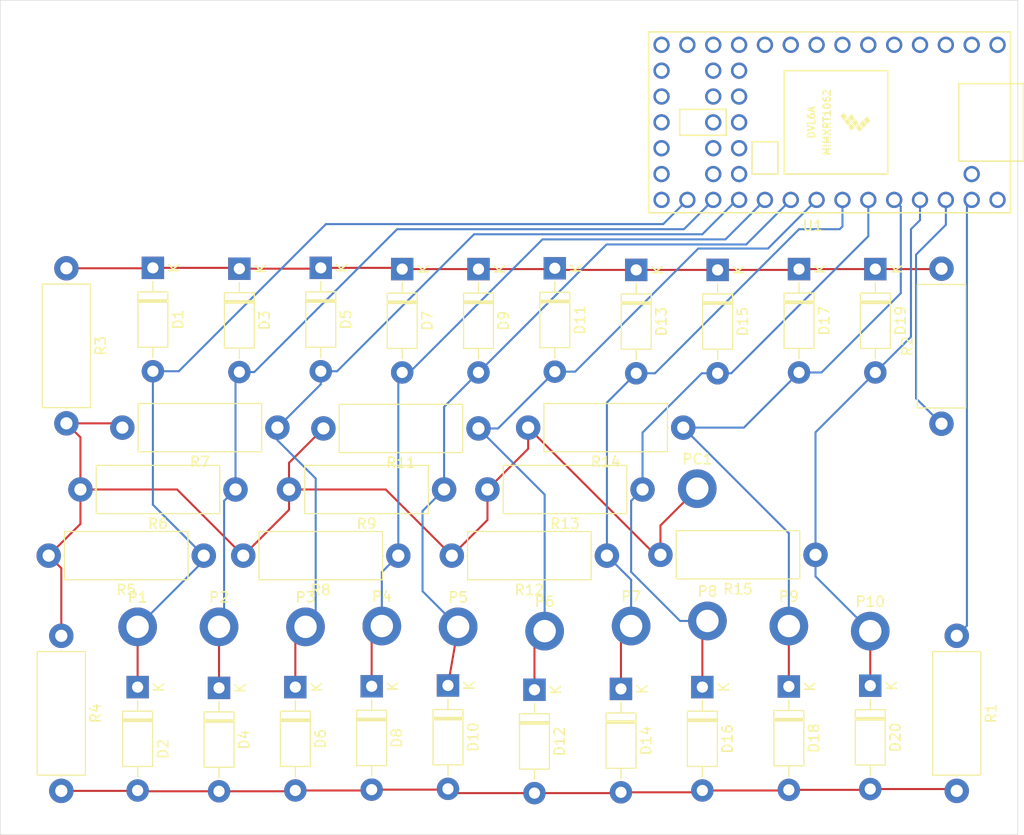
<source format=kicad_pcb>
(kicad_pcb (version 20240108) (generator "pcbnew") (generator_version "8.0")
  (layers (0 "F.Cu" signal) (31 "B.Cu" signal) (34 "B.Paste" user) (35 "F.Paste" user) (36 "B.SilkS" user "B.Silkscreen") (37 "F.SilkS" user "F.Silkscreen") (38 "B.Mask" user) (39 "F.Mask" user) (44 "Edge.Cuts" user))
  (net 0 "")
  (net 1 "Net-(D1-A)")
  (net 2 "Net-(D10-A)")
  (net 3 "Net-(R2-Pad1)")
  (net 33 "Net-(D1-K)")
  (net 34 "Net-(D3-A)")
  (net 35 "Net-(D5-A)")
  (net 36 "Net-(D7-A)")
  (net 37 "Net-(D10-K)")
  (net 38 "Net-(D11-A)")
  (net 39 "Net-(D13-A)")
  (net 40 "Net-(D15-A)")
  (net 41 "Net-(D17-A)")
  (net 42 "Net-(D19-A)")
  (net 45 "Net-(R1-Pad1)")
  (net 47 "Net-(PC1-Pad1)")
  (footprint "Resistor_THT:R_Axial_DIN0414_L11.9mm_D4.5mm_P15.24mm_Horizontal" (layer "F.Cu") (at 110.62 123.08 180)
    (property "Reference" "R13" (at 7.62 -3.37 180) (layer "F.SilkS"))
    (property "Value" "1MΩ")
    (pad "1" thru_hole circle (at 0 0 180) (size 2.4 2.4) (drill 1.2) (layers "*.Cu" "*.Mask") (net 40 "Net-(D15-A)"))
    (pad "2" thru_hole oval (at 15.24 0 180) (size 2.4 2.4) (drill 1.2) (layers "*.Cu" "*.Mask") (net 47 "Net-(PC1-Pad1)"))
  )
  (footprint "MountingHole:MountingHole_2.2mm_M2_DIN965_Pad" (layer "F.Cu") (at 77.5 136.58)
    (property "Reference" "P3" (at 0 -2.9 0) (layer "F.SilkS"))
    (property "Value" "piezo")
    (pad "1" thru_hole circle (at 0 0) (size 3.8 3.8) (drill 2.2) (layers "*.Cu" "*.Mask") (net 35 "Net-(D5-A)"))
  )
  (footprint "Resistor_THT:R_Axial_DIN0414_L11.9mm_D4.5mm_P15.24mm_Horizontal" (layer "F.Cu") (at 140 116.62 90)
    (property "Reference" "R2" (at 7.62 -3.37 270) (layer "F.SilkS"))
    (property "Value" "10kΩ")
    (pad "1" thru_hole circle (at 0 0 90) (size 2.4 2.4) (drill 1.2) (layers "*.Cu" "*.Mask") (net 3 "Net-(R2-Pad1)"))
    (pad "2" thru_hole oval (at 15.24 0 90) (size 2.4 2.4) (drill 1.2) (layers "*.Cu" "*.Mask") (net 33 "Net-(D1-K)"))
  )
  (footprint "Diode_THT:D_DO-41_SOD81_P10.16mm_Horizontal" (layer "F.Cu") (at 87 101.42 -90)
    (property "Reference" "D7" (at 5.08 -2.47 90) (layer "F.SilkS"))
    (property "Value" "1N5819")
    (fp_text user "K" (at 0 -2.1 90) (layer "F.SilkS"))
    (pad "1" thru_hole rect (at 0 0 270) (size 2.2 2.2) (drill 1.1) (layers "*.Cu" "*.Mask") (net 33 "Net-(D1-K)"))
    (pad "2" thru_hole oval (at 10.16 0 270) (size 2.2 2.2) (drill 1.1) (layers "*.Cu" "*.Mask") (net 36 "Net-(D7-A)"))
  )
  (footprint "Diode_THT:D_DO-41_SOD81_P10.16mm_Horizontal" (layer "F.Cu") (at 133 142.36 -90)
    (property "Reference" "D20" (at 5.08 -2.47 90) (layer "F.SilkS"))
    (property "Value" "1N5819")
    (fp_text user "K" (at 0 -2.1 90) (layer "F.SilkS"))
    (pad "1" thru_hole rect (at 0 0 270) (size 2.2 2.2) (drill 1.1) (layers "*.Cu" "*.Mask") (net 42 "Net-(D19-A)"))
    (pad "2" thru_hole oval (at 10.16 0 270) (size 2.2 2.2) (drill 1.1) (layers "*.Cu" "*.Mask") (net 2 "Net-(D10-A)"))
  )
  (footprint "Diode_THT:D_DO-41_SOD81_P10.16mm_Horizontal" (layer "F.Cu") (at 118 101.5 -90)
    (property "Reference" "D15" (at 5.08 -2.47 90) (layer "F.SilkS"))
    (property "Value" "1N5819")
    (fp_text user "K" (at 0 -2.1 90) (layer "F.SilkS"))
    (pad "1" thru_hole rect (at 0 0 270) (size 2.2 2.2) (drill 1.1) (layers "*.Cu" "*.Mask") (net 33 "Net-(D1-K)"))
    (pad "2" thru_hole oval (at 10.16 0 270) (size 2.2 2.2) (drill 1.1) (layers "*.Cu" "*.Mask") (net 40 "Net-(D15-A)"))
  )
  (footprint "Diode_THT:D_DO-41_SOD81_P10.16mm_Horizontal" (layer "F.Cu") (at 61 142.5 -90)
    (property "Reference" "D2" (at 6.08 -2.5 90) (layer "F.SilkS"))
    (property "Value" "1N5819")
    (fp_text user "K" (at 0 -2.1 90) (layer "F.SilkS"))
    (pad "1" thru_hole rect (at 0 0 270) (size 2.2 2.2) (drill 1.1) (layers "*.Cu" "*.Mask") (net 1 "Net-(D1-A)"))
    (pad "2" thru_hole oval (at 10.16 0 270) (size 2.2 2.2) (drill 1.1) (layers "*.Cu" "*.Mask") (net 2 "Net-(D10-A)"))
  )
  (footprint "Resistor_THT:R_Axial_DIN0414_L11.9mm_D4.5mm_P15.24mm_Horizontal" (layer "F.Cu") (at 70.62 123.08 180)
    (property "Reference" "R6" (at 7.62 -3.37 180) (layer "F.SilkS"))
    (property "Value" "1MΩ")
    (pad "1" thru_hole circle (at 0 0 180) (size 2.4 2.4) (drill 1.2) (layers "*.Cu" "*.Mask") (net 34 "Net-(D3-A)"))
    (pad "2" thru_hole oval (at 15.24 0 180) (size 2.4 2.4) (drill 1.2) (layers "*.Cu" "*.Mask") (net 47 "Net-(PC1-Pad1)"))
  )
  (footprint "MountingHole:MountingHole_2.2mm_M2_DIN965_Pad" (layer "F.Cu") (at 101 137)
    (property "Reference" "P6" (at 0 -2.9 0) (layer "F.SilkS"))
    (property "Value" "piezo")
    (pad "1" thru_hole circle (at 0 0) (size 3.8 3.8) (drill 2.2) (layers "*.Cu" "*.Mask") (net 38 "Net-(D11-A)"))
  )
  (footprint "Resistor_THT:R_Axial_DIN0414_L11.9mm_D4.5mm_P15.24mm_Horizontal" (layer "F.Cu") (at 114.62 117 180)
    (property "Reference" "R14" (at 7.62 -3.37 180) (layer "F.SilkS"))
    (property "Value" "1MΩ")
    (pad "1" thru_hole circle (at 0 0 180) (size 2.4 2.4) (drill 1.2) (layers "*.Cu" "*.Mask") (net 41 "Net-(D17-A)"))
    (pad "2" thru_hole oval (at 15.24 0 180) (size 2.4 2.4) (drill 1.2) (layers "*.Cu" "*.Mask") (net 47 "Net-(PC1-Pad1)"))
  )
  (footprint "Diode_THT:D_DO-41_SOD81_P10.16mm_Horizontal" (layer "F.Cu") (at 102 101.34 -90)
    (property "Reference" "D11" (at 5.08 -2.47 90) (layer "F.SilkS"))
    (property "Value" "1N5819")
    (fp_text user "K" (at 0 -2.1 90) (layer "F.SilkS"))
    (pad "1" thru_hole rect (at 0 0 270) (size 2.2 2.2) (drill 1.1) (layers "*.Cu" "*.Mask") (net 33 "Net-(D1-K)"))
    (pad "2" thru_hole oval (at 10.16 0 270) (size 2.2 2.2) (drill 1.1) (layers "*.Cu" "*.Mask") (net 38 "Net-(D11-A)"))
  )
  (footprint "Diode_THT:D_DO-41_SOD81_P10.16mm_Horizontal" (layer "F.Cu") (at 84 142.42 -90)
    (property "Reference" "D8" (at 5.08 -2.47 90) (layer "F.SilkS"))
    (property "Value" "1N5819")
    (fp_text user "K" (at 0 -2.1 90) (layer "F.SilkS"))
    (pad "1" thru_hole rect (at 0 0 270) (size 2.2 2.2) (drill 1.1) (layers "*.Cu" "*.Mask") (net 36 "Net-(D7-A)"))
    (pad "2" thru_hole oval (at 10.16 0 270) (size 2.2 2.2) (drill 1.1) (layers "*.Cu" "*.Mask") (net 2 "Net-(D10-A)"))
  )
  (footprint "Diode_THT:D_DO-41_SOD81_P10.16mm_Horizontal" (layer "F.Cu") (at 100 142.76 -90)
    (property "Reference" "D12" (at 5.08 -2.47 90) (layer "F.SilkS"))
    (property "Value" "1N5819")
    (fp_text user "K" (at 0 -2.1 90) (layer "F.SilkS"))
    (pad "1" thru_hole rect (at 0 0 270) (size 2.2 2.2) (drill 1.1) (layers "*.Cu" "*.Mask") (net 38 "Net-(D11-A)"))
    (pad "2" thru_hole oval (at 10.16 0 270) (size 2.2 2.2) (drill 1.1) (layers "*.Cu" "*.Mask") (net 2 "Net-(D10-A)"))
  )
  (footprint "Diode_THT:D_DO-41_SOD81_P10.16mm_Horizontal" (layer "F.Cu") (at 94.5 101.42 -90)
    (property "Reference" "D9" (at 5.08 -2.47 90) (layer "F.SilkS"))
    (property "Value" "1N5819")
    (fp_text user "K" (at 0 -2.1 90) (layer "F.SilkS"))
    (pad "1" thru_hole rect (at 0 0 270) (size 2.2 2.2) (drill 1.1) (layers "*.Cu" "*.Mask") (net 33 "Net-(D1-K)"))
    (pad "2" thru_hole oval (at 10.16 0 270) (size 2.2 2.2) (drill 1.1) (layers "*.Cu" "*.Mask") (net 37 "Net-(D10-K)"))
  )
  (footprint "Diode_THT:D_DO-41_SOD81_P10.16mm_Horizontal" (layer "F.Cu") (at 91.5 142.34 -90)
    (property "Reference" "D10" (at 5.08 -2.47 90) (layer "F.SilkS"))
    (property "Value" "1N5819")
    (fp_text user "K" (at 0 -2.1 90) (layer "F.SilkS"))
    (pad "1" thru_hole rect (at 0 0 270) (size 2.2 2.2) (drill 1.1) (layers "*.Cu" "*.Mask") (net 37 "Net-(D10-K)"))
    (pad "2" thru_hole oval (at 10.16 0 270) (size 2.2 2.2) (drill 1.1) (layers "*.Cu" "*.Mask") (net 2 "Net-(D10-A)"))
  )
  (footprint "Diode_THT:D_DO-41_SOD81_P10.16mm_Horizontal" (layer "F.Cu") (at 133.5 101.42 -90)
    (property "Reference" "D19" (at 5.08 -2.47 90) (layer "F.SilkS"))
    (property "Value" "1N5819")
    (fp_text user "K" (at 0 -2.1 90) (layer "F.SilkS"))
    (pad "1" thru_hole rect (at 0 0 270) (size 2.2 2.2) (drill 1.1) (layers "*.Cu" "*.Mask") (net 33 "Net-(D1-K)"))
    (pad "2" thru_hole oval (at 10.16 0 270) (size 2.2 2.2) (drill 1.1) (layers "*.Cu" "*.Mask") (net 42 "Net-(D19-A)"))
  )
  (footprint "Resistor_THT:R_Axial_DIN0414_L11.9mm_D4.5mm_P15.24mm_Horizontal" (layer "F.Cu") (at 94.5 117.08 180)
    (property "Reference" "R11" (at 7.62 -3.37 180) (layer "F.SilkS"))
    (property "Value" "1MΩ")
    (pad "1" thru_hole circle (at 0 0 180) (size 2.4 2.4) (drill 1.2) (layers "*.Cu" "*.Mask") (net 38 "Net-(D11-A)"))
    (pad "2" thru_hole oval (at 15.24 0 180) (size 2.4 2.4) (drill 1.2) (layers "*.Cu" "*.Mask") (net 47 "Net-(PC1-Pad1)"))
  )
  (footprint "Diode_THT:D_DO-41_SOD81_P10.16mm_Horizontal" (layer "F.Cu") (at 108.5 142.68 -90)
    (property "Reference" "D14" (at 5.08 -2.47 90) (layer "F.SilkS"))
    (property "Value" "1N5819")
    (fp_text user "K" (at 0 -2.1 90) (layer "F.SilkS"))
    (pad "1" thru_hole rect (at 0 0 270) (size 2.2 2.2) (drill 1.1) (layers "*.Cu" "*.Mask") (net 39 "Net-(D13-A)"))
    (pad "2" thru_hole oval (at 10.16 0 270) (size 2.2 2.2) (drill 1.1) (layers "*.Cu" "*.Mask") (net 2 "Net-(D10-A)"))
  )
  (footprint "Diode_THT:D_DO-41_SOD81_P10.16mm_Horizontal" (layer "F.Cu") (at 116.5 142.5 -90)
    (property "Reference" "D16" (at 5.08 -2.47 90) (layer "F.SilkS"))
    (property "Value" "1N5819")
    (fp_text user "K" (at 0 -2.1 90) (layer "F.SilkS"))
    (pad "1" thru_hole rect (at 0 0 270) (size 2.2 2.2) (drill 1.1) (layers "*.Cu" "*.Mask") (net 40 "Net-(D15-A)"))
    (pad "2" thru_hole oval (at 10.16 0 270) (size 2.2 2.2) (drill 1.1) (layers "*.Cu" "*.Mask") (net 2 "Net-(D10-A)"))
  )
  (footprint "Resistor_THT:R_Axial_DIN0414_L11.9mm_D4.5mm_P15.24mm_Horizontal" (layer "F.Cu") (at 54 101.34 -90)
    (property "Reference" "R3" (at 7.62 -3.37 90) (layer "F.SilkS"))
    (property "Value" "10kΩ")
    (pad "1" thru_hole circle (at 0 0 270) (size 2.4 2.4) (drill 1.2) (layers "*.Cu" "*.Mask") (net 33 "Net-(D1-K)"))
    (pad "2" thru_hole oval (at 15.24 0 270) (size 2.4 2.4) (drill 1.2) (layers "*.Cu" "*.Mask") (net 47 "Net-(PC1-Pad1)"))
  )
  (footprint "MountingHole:MountingHole_2.2mm_M2_DIN965_Pad" (layer "F.Cu") (at 125 136.5)
    (property "Reference" "P9" (at 0 -2.9 0) (layer "F.SilkS"))
    (property "Value" "piezo")
    (pad "1" thru_hole circle (at 0 0) (size 3.8 3.8) (drill 2.2) (layers "*.Cu" "*.Mask") (net 41 "Net-(D17-A)"))
  )
  (footprint "Resistor_THT:R_Axial_DIN0414_L11.9mm_D4.5mm_P15.24mm_Horizontal" (layer "F.Cu") (at 74.74 117 180)
    (property "Reference" "R7" (at 7.62 -3.37 180) (layer "F.SilkS"))
    (property "Value" "1MΩ")
    (pad "1" thru_hole circle (at 0 0 180) (size 2.4 2.4) (drill 1.2) (layers "*.Cu" "*.Mask") (net 35 "Net-(D5-A)"))
    (pad "2" thru_hole oval (at 15.24 0 180) (size 2.4 2.4) (drill 1.2) (layers "*.Cu" "*.Mask") (net 47 "Net-(PC1-Pad1)"))
  )
  (footprint "MountingHole:MountingHole_2.2mm_M2_DIN965_Pad" (layer "F.Cu") (at 109.5 136.5)
    (property "Reference" "P7" (at 0 -2.9 0) (layer "F.SilkS"))
    (property "Value" "piezo")
    (pad "1" thru_hole circle (at 0 0) (size 3.8 3.8) (drill 2.2) (layers "*.Cu" "*.Mask") (net 39 "Net-(D13-A)"))
  )
  (footprint "Resistor_THT:R_Axial_DIN0414_L11.9mm_D4.5mm_P15.24mm_Horizontal" (layer "F.Cu") (at 86.62 129.58 180)
    (property "Reference" "R8" (at 7.62 -3.37 180) (layer "F.SilkS"))
    (property "Value" "1MΩ")
    (pad "1" thru_hole circle (at 0 0 180) (size 2.4 2.4) (drill 1.2) (layers "*.Cu" "*.Mask") (net 36 "Net-(D7-A)"))
    (pad "2" thru_hole oval (at 15.24 0 180) (size 2.4 2.4) (drill 1.2) (layers "*.Cu" "*.Mask") (net 47 "Net-(PC1-Pad1)"))
  )
  (footprint "Resistor_THT:R_Axial_DIN0414_L11.9mm_D4.5mm_P15.24mm_Horizontal" (layer "F.Cu") (at 127.62 129.5 180)
    (property "Reference" "R15" (at 7.62 -3.37 180) (layer "F.SilkS"))
    (property "Value" "1MΩ")
    (pad "1" thru_hole circle (at 0 0 180) (size 2.4 2.4) (drill 1.2) (layers "*.Cu" "*.Mask") (net 42 "Net-(D19-A)"))
    (pad "2" thru_hole oval (at 15.24 0 180) (size 2.4 2.4) (drill 1.2) (layers "*.Cu" "*.Mask") (net 47 "Net-(PC1-Pad1)"))
  )
  (footprint "Resistor_THT:R_Axial_DIN0414_L11.9mm_D4.5mm_P15.24mm_Horizontal" (layer "F.Cu") (at 53.5 137.46 -90)
    (property "Reference" "R4" (at 7.62 -3.37 90) (layer "F.SilkS"))
    (property "Value" "10kΩ")
    (pad "1" thru_hole circle (at 0 0 270) (size 2.4 2.4) (drill 1.2) (layers "*.Cu" "*.Mask") (net 47 "Net-(PC1-Pad1)"))
    (pad "2" thru_hole oval (at 15.24 0 270) (size 2.4 2.4) (drill 1.2) (layers "*.Cu" "*.Mask") (net 2 "Net-(D10-A)"))
  )
  (footprint "Diode_THT:D_DO-41_SOD81_P10.16mm_Horizontal" (layer "F.Cu") (at 69 142.58 -90)
    (property "Reference" "D4" (at 5.08 -2.47 90) (layer "F.SilkS"))
    (property "Value" "1N5819")
    (fp_text user "K" (at 0 -2.1 90) (layer "F.SilkS"))
    (pad "1" thru_hole rect (at 0 0 270) (size 2.2 2.2) (drill 1.1) (layers "*.Cu" "*.Mask") (net 34 "Net-(D3-A)"))
    (pad "2" thru_hole oval (at 10.16 0 270) (size 2.2 2.2) (drill 1.1) (layers "*.Cu" "*.Mask") (net 2 "Net-(D10-A)"))
  )
  (footprint "MountingHole:MountingHole_2.2mm_M2_DIN965_Pad" (layer "F.Cu") (at 69 136.58)
    (property "Reference" "P2" (at 0 -2.9 0) (layer "F.SilkS"))
    (property "Value" "piezo")
    (pad "1" thru_hole circle (at 0 0) (size 3.8 3.8) (drill 2.2) (layers "*.Cu" "*.Mask") (net 34 "Net-(D3-A)"))
  )
  (footprint "Resistor_THT:R_Axial_DIN0414_L11.9mm_D4.5mm_P15.24mm_Horizontal" (layer "F.Cu") (at 91.12 123.08 180)
    (property "Reference" "R9" (at 7.62 -3.37 180) (layer "F.SilkS"))
    (property "Value" "1MΩ")
    (pad "1" thru_hole circle (at 0 0 180) (size 2.4 2.4) (drill 1.2) (layers "*.Cu" "*.Mask") (net 37 "Net-(D10-K)"))
    (pad "2" thru_hole oval (at 15.24 0 180) (size 2.4 2.4) (drill 1.2) (layers "*.Cu" "*.Mask") (net 47 "Net-(PC1-Pad1)"))
  )
  (footprint "MountingHole:MountingHole_2.2mm_M2_DIN965_Pad" (layer "F.Cu") (at 117 136)
    (property "Reference" "P8" (at 0 -2.9 0) (layer "F.SilkS"))
    (property "Value" "piezo")
    (pad "1" thru_hole circle (at 0 0) (size 3.8 3.8) (drill 2.2) (layers "*.Cu" "*.Mask") (net 40 "Net-(D15-A)"))
  )
  (footprint "MountingHole:MountingHole_2.2mm_M2_DIN965_Pad" (layer "F.Cu") (at 92.5 136.58)
    (property "Reference" "P5" (at 0 -2.9 0) (layer "F.SilkS"))
    (property "Value" "piezo")
    (pad "1" thru_hole circle (at 0 0) (size 3.8 3.8) (drill 2.2) (layers "*.Cu" "*.Mask") (net 37 "Net-(D10-K)"))
  )
  (footprint "MountingHole:MountingHole_2.2mm_M2_DIN965_Pad" (layer "F.Cu") (at 133 137)
    (property "Reference" "P10" (at 0 -2.9 0) (layer "F.SilkS"))
    (property "Value" "piezo")
    (pad "1" thru_hole circle (at 0 0) (size 3.8 3.8) (drill 2.2) (layers "*.Cu" "*.Mask") (net 42 "Net-(D19-A)"))
  )
  (footprint "Teensy:Teensy40" (layer "F.Cu") (at 129 87 180)
    (property "Reference" "U1" (at 1.65 -10.16 180) (layer "F.SilkS"))
    (property "Value" "Teensy4.0")
    (fp_text user "MIMXRT1062" (at 0.254 0 270) (layer "F.SilkS") (effects (font (size 0.7 0.7))))
    (fp_text user "DVL6A" (at 1.778 0 270) (layer "F.SilkS") (effects (font (size 0.7 0.7))))
    (pad "1" thru_hole circle (at -16.51 7.62 180) (size 1.6 1.6) (drill 1.1) (layers "*.Cu" "*.Mask"))
    (pad "2" thru_hole circle (at -13.97 7.62 180) (size 1.6 1.6) (drill 1.1) (layers "*.Cu" "*.Mask"))
    (pad "3" thru_hole circle (at -11.43 7.62 180) (size 1.6 1.6) (drill 1.1) (layers "*.Cu" "*.Mask"))
    (pad "4" thru_hole circle (at -8.89 7.62 180) (size 1.6 1.6) (drill 1.1) (layers "*.Cu" "*.Mask"))
    (pad "5" thru_hole circle (at -6.35 7.62 180) (size 1.6 1.6) (drill 1.1) (layers "*.Cu" "*.Mask"))
    (pad "6" thru_hole circle (at -3.81 7.62 180) (size 1.6 1.6) (drill 1.1) (layers "*.Cu" "*.Mask"))
    (pad "7" thru_hole circle (at -1.27 7.62 180) (size 1.6 1.6) (drill 1.1) (layers "*.Cu" "*.Mask"))
    (pad "8" thru_hole circle (at 1.27 7.62 180) (size 1.6 1.6) (drill 1.1) (layers "*.Cu" "*.Mask"))
    (pad "9" thru_hole circle (at 3.81 7.62 180) (size 1.6 1.6) (drill 1.1) (layers "*.Cu" "*.Mask"))
    (pad "10" thru_hole circle (at 6.35 7.62 180) (size 1.6 1.6) (drill 1.1) (layers "*.Cu" "*.Mask"))
    (pad "11" thru_hole circle (at 8.89 7.62 180) (size 1.6 1.6) (drill 1.1) (layers "*.Cu" "*.Mask"))
    (pad "12" thru_hole circle (at 11.43 7.62 180) (size 1.6 1.6) (drill 1.1) (layers "*.Cu" "*.Mask"))
    (pad "13" thru_hole circle (at 13.97 7.62 180) (size 1.6 1.6) (drill 1.1) (layers "*.Cu" "*.Mask"))
    (pad "14" thru_hole circle (at 16.51 7.62 180) (size 1.6 1.6) (drill 1.1) (layers "*.Cu" "*.Mask"))
    (pad "15" thru_hole circle (at 16.51 5.08 180) (size 1.6 1.6) (drill 1.1) (layers "*.Cu" "*.Mask"))
    (pad "16" thru_hole circle (at 16.51 2.54 180) (size 1.6 1.6) (drill 1.1) (layers "*.Cu" "*.Mask"))
    (pad "17" thru_hole circle (at 16.51 0 180) (size 1.6 1.6) (drill 1.1) (layers "*.Cu" "*.Mask"))
    (pad "18" thru_hole circle (at 16.51 -2.54 180) (size 1.6 1.6) (drill 1.1) (layers "*.Cu" "*.Mask"))
    (pad "19" thru_hole circle (at 16.51 -5.08 180) (size 1.6 1.6) (drill 1.1) (layers "*.Cu" "*.Mask"))
    (pad "20" thru_hole circle (at 16.51 -7.62 180) (size 1.6 1.6) (drill 1.1) (layers "*.Cu" "*.Mask"))
    (pad "21" thru_hole circle (at 13.97 -7.62 180) (size 1.6 1.6) (drill 1.1) (layers "*.Cu" "*.Mask") (net 1 "Net-(D1-A)"))
    (pad "22" thru_hole circle (at 11.43 -7.62 180) (size 1.6 1.6) (drill 1.1) (layers "*.Cu" "*.Mask") (net 34 "Net-(D3-A)"))
    (pad "23" thru_hole circle (at 8.89 -7.62 180) (size 1.6 1.6) (drill 1.1) (layers "*.Cu" "*.Mask") (net 35 "Net-(D5-A)"))
    (pad "24" thru_hole circle (at 6.35 -7.62 180) (size 1.6 1.6) (drill 1.1) (layers "*.Cu" "*.Mask") (net 36 "Net-(D7-A)"))
    (pad "25" thru_hole circle (at 3.81 -7.62 180) (size 1.6 1.6) (drill 1.1) (layers "*.Cu" "*.Mask") (net 37 "Net-(D10-K)"))
    (pad "26" thru_hole circle (at 1.27 -7.62 180) (size 1.6 1.6) (drill 1.1) (layers "*.Cu" "*.Mask") (net 38 "Net-(D11-A)"))
    (pad "27" thru_hole circle (at -1.27 -7.62 180) (size 1.6 1.6) (drill 1.1) (layers "*.Cu" "*.Mask") (net 39 "Net-(D13-A)"))
    (pad "28" thru_hole circle (at -3.81 -7.62 180) (size 1.6 1.6) (drill 1.1) (layers "*.Cu" "*.Mask") (net 40 "Net-(D15-A)"))
    (pad "29" thru_hole circle (at -6.35 -7.62 180) (size 1.6 1.6) (drill 1.1) (layers "*.Cu" "*.Mask") (net 41 "Net-(D17-A)"))
    (pad "30" thru_hole circle (at -8.89 -7.62 180) (size 1.6 1.6) (drill 1.1) (layers "*.Cu" "*.Mask") (net 42 "Net-(D19-A)"))
    (pad "31" thru_hole circle (at -11.43 -7.62 180) (size 1.6 1.6) (drill 1.1) (layers "*.Cu" "*.Mask") (net 3 "Net-(R2-Pad1)"))
    (pad "32" thru_hole circle (at -13.97 -7.62 180) (size 1.6 1.6) (drill 1.1) (layers "*.Cu" "*.Mask") (net 45 "Net-(R1-Pad1)"))
    (pad "33" thru_hole circle (at -16.51 -7.62 180) (size 1.6 1.6) (drill 1.1) (layers "*.Cu" "*.Mask"))
    (pad "34" thru_hole circle (at -13.97 -5.08 180) (size 1.6 1.6) (drill 1.1) (layers "*.Cu" "*.Mask"))
    (pad "35" thru_hole circle (at 11.43 -5.08 180) (size 1.6 1.6) (drill 1.1) (layers "*.Cu" "*.Mask"))
    (pad "36" thru_hole circle (at 8.89 -5.08 180) (size 1.6 1.6) (drill 1.1) (layers "*.Cu" "*.Mask"))
    (pad "37" thru_hole circle (at 11.43 -2.54 180) (size 1.6 1.6) (drill 1.1) (layers "*.Cu" "*.Mask"))
    (pad "38" thru_hole circle (at 8.89 -2.54 180) (size 1.6 1.6) (drill 1.1) (layers "*.Cu" "*.Mask"))
    (pad "39" thru_hole circle (at 11.43 0 180) (size 1.6 1.6) (drill 1.1) (layers "*.Cu" "*.Mask"))
    (pad "40" thru_hole circle (at 8.89 0 180) (size 1.6 1.6) (drill 1.1) (layers "*.Cu" "*.Mask"))
    (pad "41" thru_hole circle (at 11.43 2.54 180) (size 1.6 1.6) (drill 1.1) (layers "*.Cu" "*.Mask"))
    (pad "42" thru_hole circle (at 8.89 2.54 180) (size 1.6 1.6) (drill 1.1) (layers "*.Cu" "*.Mask"))
    (pad "43" thru_hole circle (at 11.43 5.08 180) (size 1.6 1.6) (drill 1.1) (layers "*.Cu" "*.Mask"))
    (pad "44" thru_hole circle (at 8.89 5.08 180) (size 1.6 1.6) (drill 1.1) (layers "*.Cu" "*.Mask"))
  )
  (footprint "Diode_THT:D_DO-41_SOD81_P10.16mm_Horizontal" (layer "F.Cu") (at 126 101.42 -90)
    (property "Reference" "D17" (at 5.08 -2.47 90) (layer "F.SilkS"))
    (property "Value" "1N5819")
    (fp_text user "K" (at 0 -2.1 90) (layer "F.SilkS"))
    (pad "1" thru_hole rect (at 0 0 270) (size 2.2 2.2) (drill 1.1) (layers "*.Cu" "*.Mask") (net 33 "Net-(D1-K)"))
    (pad "2" thru_hole oval (at 10.16 0 270) (size 2.2 2.2) (drill 1.1) (layers "*.Cu" "*.Mask") (net 41 "Net-(D17-A)"))
  )
  (footprint "MountingHole:MountingHole_2.2mm_M2_DIN965_Pad" (layer "F.Cu") (at 61 136.58)
    (property "Reference" "P1" (at 0 -2.9 0) (layer "F.SilkS"))
    (property "Value" "piezo")
    (pad "1" thru_hole circle (at 0 0) (size 3.8 3.8) (drill 2.2) (layers "*.Cu" "*.Mask") (net 1 "Net-(D1-A)"))
  )
  (footprint "Resistor_THT:R_Axial_DIN0414_L11.9mm_D4.5mm_P15.24mm_Horizontal" (layer "F.Cu") (at 141.5 137.46 -90)
    (property "Reference" "R1" (at 7.62 -3.37 90) (layer "F.SilkS"))
    (property "Value" "10kΩ")
    (pad "1" thru_hole circle (at 0 0 270) (size 2.4 2.4) (drill 1.2) (layers "*.Cu" "*.Mask") (net 45 "Net-(R1-Pad1)"))
    (pad "2" thru_hole oval (at 15.24 0 270) (size 2.4 2.4) (drill 1.2) (layers "*.Cu" "*.Mask") (net 2 "Net-(D10-A)"))
  )
  (footprint "Diode_THT:D_DO-41_SOD81_P10.16mm_Horizontal" (layer "F.Cu") (at 79 101.3 -90)
    (property "Reference" "D5" (at 5.08 -2.47 90) (layer "F.SilkS"))
    (property "Value" "1N5819")
    (fp_text user "K" (at 0 -2.1 90) (layer "F.SilkS"))
    (pad "1" thru_hole rect (at 0 0 270) (size 2.2 2.2) (drill 1.1) (layers "*.Cu" "*.Mask") (net 33 "Net-(D1-K)"))
    (pad "2" thru_hole oval (at 10.16 0 270) (size 2.2 2.2) (drill 1.1) (layers "*.Cu" "*.Mask") (net 35 "Net-(D5-A)"))
  )
  (footprint "Resistor_THT:R_Axial_DIN0414_L11.9mm_D4.5mm_P15.24mm_Horizontal" (layer "F.Cu") (at 67.5 129.58 180)
    (property "Reference" "R5" (at 7.62 -3.37 180) (layer "F.SilkS"))
    (property "Value" "1MΩ")
    (pad "1" thru_hole circle (at 0 0 180) (size 2.4 2.4) (drill 1.2) (layers "*.Cu" "*.Mask") (net 1 "Net-(D1-A)"))
    (pad "2" thru_hole oval (at 15.24 0 180) (size 2.4 2.4) (drill 1.2) (layers "*.Cu" "*.Mask") (net 47 "Net-(PC1-Pad1)"))
  )
  (footprint "Diode_THT:D_DO-41_SOD81_P10.16mm_Horizontal" (layer "F.Cu") (at 71 101.38 -90)
    (property "Reference" "D3" (at 5.08 -2.47 90) (layer "F.SilkS"))
    (property "Value" "1N5819")
    (fp_text user "K" (at 0 -2.1 90) (layer "F.SilkS"))
    (pad "1" thru_hole rect (at 0 0 270) (size 2.2 2.2) (drill 1.1) (layers "*.Cu" "*.Mask") (net 33 "Net-(D1-K)"))
    (pad "2" thru_hole oval (at 10.16 0 270) (size 2.2 2.2) (drill 1.1) (layers "*.Cu" "*.Mask") (net 34 "Net-(D3-A)"))
  )
  (footprint "Diode_THT:D_DO-41_SOD81_P10.16mm_Horizontal" (layer "F.Cu") (at 110 101.5 -90)
    (property "Reference" "D13" (at 5.08 -2.47 90) (layer "F.SilkS"))
    (property "Value" "1N5819")
    (fp_text user "K" (at 0 -2.1 90) (layer "F.SilkS"))
    (pad "1" thru_hole rect (at 0 0 270) (size 2.2 2.2) (drill 1.1) (layers "*.Cu" "*.Mask") (net 33 "Net-(D1-K)"))
    (pad "2" thru_hole oval (at 10.16 0 270) (size 2.2 2.2) (drill 1.1) (layers "*.Cu" "*.Mask") (net 39 "Net-(D13-A)"))
  )
  (footprint "Diode_THT:D_DO-41_SOD81_P10.16mm_Horizontal" (layer "F.Cu") (at 76.5 142.5 -90)
    (property "Reference" "D6" (at 5.08 -2.47 90) (layer "F.SilkS"))
    (property "Value" "1N5819")
    (fp_text user "K" (at 0 -2.1 90) (layer "F.SilkS"))
    (pad "1" thru_hole rect (at 0 0 270) (size 2.2 2.2) (drill 1.1) (layers "*.Cu" "*.Mask") (net 35 "Net-(D5-A)"))
    (pad "2" thru_hole oval (at 10.16 0 270) (size 2.2 2.2) (drill 1.1) (layers "*.Cu" "*.Mask") (net 2 "Net-(D10-A)"))
  )
  (footprint "Diode_THT:D_DO-41_SOD81_P10.16mm_Horizontal" (layer "F.Cu") (at 62.5 101.3 -90)
    (property "Reference" "D1" (at 5.08 -2.47 90) (layer "F.SilkS"))
    (property "Value" "1N5819")
    (fp_text user "K" (at 0 -2.1 90) (layer "F.SilkS"))
    (pad "1" thru_hole rect (at 0 0 270) (size 2.2 2.2) (drill 1.1) (layers "*.Cu" "*.Mask") (net 33 "Net-(D1-K)"))
    (pad "2" thru_hole oval (at 10.16 0 270) (size 2.2 2.2) (drill 1.1) (layers "*.Cu" "*.Mask") (net 1 "Net-(D1-A)"))
  )
  (footprint "Diode_THT:D_DO-41_SOD81_P10.16mm_Horizontal" (layer "F.Cu") (at 125 142.44 -90)
    (property "Reference" "D18" (at 5.08 -2.47 90) (layer "F.SilkS"))
    (property "Value" "1N5819")
    (fp_text user "K" (at 0 -2.1 90) (layer "F.SilkS"))
    (pad "1" thru_hole rect (at 0 0 270) (size 2.2 2.2) (drill 1.1) (layers "*.Cu" "*.Mask") (net 41 "Net-(D17-A)"))
    (pad "2" thru_hole oval (at 10.16 0 270) (size 2.2 2.2) (drill 1.1) (layers "*.Cu" "*.Mask") (net 2 "Net-(D10-A)"))
  )
  (footprint "MountingHole:MountingHole_2.2mm_M2_DIN965_Pad" (layer "F.Cu") (at 85 136.5)
    (property "Reference" "P4" (at 0 -2.9 0) (layer "F.SilkS"))
    (property "Value" "piezo")
    (pad "1" thru_hole circle (at 0 0) (size 3.8 3.8) (drill 2.2) (layers "*.Cu" "*.Mask") (net 36 "Net-(D7-A)"))
  )
  (footprint "Resistor_THT:R_Axial_DIN0414_L11.9mm_D4.5mm_P15.24mm_Horizontal" (layer "F.Cu") (at 107.12 129.58 180)
    (property "Reference" "R12" (at 7.62 -3.37 180) (layer "F.SilkS"))
    (property "Value" "1MΩ")
    (pad "1" thru_hole circle (at 0 0 180) (size 2.4 2.4) (drill 1.2) (layers "*.Cu" "*.Mask") (net 39 "Net-(D13-A)"))
    (pad "2" thru_hole oval (at 15.24 0 180) (size 2.4 2.4) (drill 1.2) (layers "*.Cu" "*.Mask") (net 47 "Net-(PC1-Pad1)"))
  )
  (footprint "MountingHole:MountingHole_2.2mm_M2_DIN965_Pad" (layer "F.Cu") (at 116 123)
    (property "Reference" "PC1" (at 0 -2.9 0) (layer "F.SilkS"))
    (property "Value" "piezo ground")
    (pad "1" thru_hole circle (at 0 0) (size 3.8 3.8) (drill 2.2) (layers "*.Cu" "*.Mask") (net 47 "Net-(PC1-Pad1)"))
  )
  (gr_line (start 91.5 142.34) (end 92.5 136.58) (stroke (width 0.2)) (layer "F.Cu") (net 37))
  (gr_rect (start 47.5 75) (end 147.5 157) (stroke (width 0.05)) (fill none) (layer "Edge.Cuts"))
  (segment (start 61 142.5) (end 61 136.58) (width 0.2) (layer "F.Cu") (net 1))
  (segment (start 67.5 130.08) (end 67.5 129.58) (width 0.2) (layer "B.Cu") (net 1))
  (segment (start 62.5 124.58) (end 62.5 111.46) (width 0.2) (layer "B.Cu") (net 1))
  (segment (start 67.5 129.58) (end 62.5 124.58) (width 0.2) (layer "B.Cu") (net 1))
  (segment (start 79.503909 97) (end 112.65 97) (width 0.2) (layer "B.Cu") (net 1))
  (segment (start 62.5 111.46) (end 65.043909 111.46) (width 0.2) (layer "B.Cu") (net 1))
  (segment (start 65.043909 111.46) (end 79.503909 97) (width 0.2) (layer "B.Cu") (net 1))
  (segment (start 61 136.58) (end 67.5 130.08) (width 0.2) (layer "B.Cu") (net 1))
  (segment (start 112.65 97) (end 115.03 94.62) (width 0.2) (layer "B.Cu") (net 1))
  (segment (start 60.96 152.7) (end 61 152.66) (width 0.2) (layer "F.Cu") (net 2))
  (segment (start 83.92 152.66) (end 84 152.58) (width 0.2) (layer "F.Cu") (net 2))
  (segment (start 100 152.92) (end 108.42 152.92) (width 0.2) (layer "F.Cu") (net 2))
  (segment (start 91.5 152.5) (end 92 152.5) (width 0.2) (layer "F.Cu") (net 2))
  (segment (start 61.84 152.66) (end 61.92 152.74) (width 0.2) (layer "F.Cu") (net 2))
  (segment (start 116.5 152.66) (end 124.94 152.66) (width 0.2) (layer "F.Cu") (net 2))
  (segment (start 92.42 152.92) (end 100 152.92) (width 0.2) (layer "F.Cu") (net 2))
  (segment (start 53.5 152.7) (end 60.96 152.7) (width 0.2) (layer "F.Cu") (net 2))
  (segment (start 69 152.74) (end 76.42 152.74) (width 0.2) (layer "F.Cu") (net 2))
  (segment (start 108.42 152.92) (end 108.5 152.84) (width 0.2) (layer "F.Cu") (net 2))
  (segment (start 84 152.58) (end 91.42 152.58) (width 0.2) (layer "F.Cu") (net 2))
  (segment (start 133 152.52) (end 141.32 152.52) (width 0.2) (layer "F.Cu") (net 2))
  (segment (start 92 152.5) (end 92.42 152.92) (width 0.2) (layer "F.Cu") (net 2))
  (segment (start 132.92 152.6) (end 133 152.52) (width 0.2) (layer "F.Cu") (net 2))
  (segment (start 76.5 152.66) (end 83.92 152.66) (width 0.2) (layer "F.Cu") (net 2))
  (segment (start 91.42 152.58) (end 91.5 152.5) (width 0.2) (layer "F.Cu") (net 2))
  (segment (start 61 152.66) (end 61.84 152.66) (width 0.2) (layer "F.Cu") (net 2))
  (segment (start 108.5 152.84) (end 116.32 152.84) (width 0.2) (layer "F.Cu") (net 2))
  (segment (start 61.92 152.74) (end 69 152.74) (width 0.2) (layer "F.Cu") (net 2))
  (segment (start 76.42 152.74) (end 76.5 152.66) (width 0.2) (layer "F.Cu") (net 2))
  (segment (start 124.94 152.66) (end 125 152.6) (width 0.2) (layer "F.Cu") (net 2))
  (segment (start 116.32 152.84) (end 116.5 152.66) (width 0.2) (layer "F.Cu") (net 2))
  (segment (start 125 152.6) (end 132.92 152.6) (width 0.2) (layer "F.Cu") (net 2))
  (segment (start 141.32 152.52) (end 141.5 152.7) (width 0.2) (layer "F.Cu") (net 2))
  (segment (start 137.5 114.12) (end 137.5 100) (width 0.2) (layer "B.Cu") (net 3))
  (segment (start 140.43 97.07) (end 140.43 94.62) (width 0.2) (layer "B.Cu") (net 3))
  (segment (start 140 116.62) (end 137.5 114.12) (width 0.2) (layer "B.Cu") (net 3))
  (segment (start 137.5 100) (end 140.43 97.07) (width 0.2) (layer "B.Cu") (net 3))
  (segment (start 118 101.5) (end 125.92 101.5) (width 0.2) (layer "F.Cu") (net 33))
  (segment (start 87 101.42) (end 94.5 101.42) (width 0.2) (layer "F.Cu") (net 33))
  (segment (start 94.5 101.42) (end 101.92 101.42) (width 0.2) (layer "F.Cu") (net 33))
  (segment (start 110 101.5) (end 118 101.5) (width 0.2) (layer "F.Cu") (net 33))
  (segment (start 54 101.34) (end 62.46 101.34) (width 0.2) (layer "F.Cu") (net 33))
  (segment (start 62.5 101.3) (end 70.92 101.3) (width 0.2) (layer "F.Cu") (net 33))
  (segment (start 133.5 101.42) (end 139.96 101.42) (width 0.2) (layer "F.Cu") (net 33))
  (segment (start 71 101.38) (end 78.92 101.38) (width 0.2) (layer "F.Cu") (net 33))
  (segment (start 101.92 101.42) (end 102 101.34) (width 0.2) (layer "F.Cu") (net 33))
  (segment (start 78.92 101.38) (end 79 101.3) (width 0.2) (layer "F.Cu") (net 33))
  (segment (start 102.84 101.34) (end 103 101.5) (width 0.2) (layer "F.Cu") (net 33))
  (segment (start 103 101.5) (end 110 101.5) (width 0.2) (layer "F.Cu") (net 33))
  (segment (start 62.46 101.34) (end 62.5 101.3) (width 0.2) (layer "F.Cu") (net 33))
  (segment (start 139.96 101.42) (end 140 101.38) (width 0.2) (layer "F.Cu") (net 33))
  (segment (start 125.92 101.5) (end 126 101.42) (width 0.2) (layer "F.Cu") (net 33))
  (segment (start 70.92 101.3) (end 71 101.38) (width 0.2) (layer "F.Cu") (net 33))
  (segment (start 126 101.42) (end 133.5 101.42) (width 0.2) (layer "F.Cu") (net 33))
  (segment (start 102 101.34) (end 102.84 101.34) (width 0.2) (layer "F.Cu") (net 33))
  (segment (start 79 101.3) (end 86.88 101.3) (width 0.2) (layer "F.Cu") (net 33))
  (segment (start 86.88 101.3) (end 87 101.42) (width 0.2) (layer "F.Cu") (net 33))
  (segment (start 69 142.58) (end 69 136.58) (width 0.2) (layer "F.Cu") (net 34))
  (segment (start 69.5 136.08) (end 69.5 124.2) (width 0.2) (layer "B.Cu") (net 34))
  (segment (start 114.69 97.5) (end 117.57 94.62) (width 0.2) (layer "B.Cu") (net 34))
  (segment (start 72.46 111.54) (end 86.5 97.5) (width 0.2) (layer "B.Cu") (net 34))
  (segment (start 86.5 97.5) (end 114.69 97.5) (width 0.2) (layer "B.Cu") (net 34))
  (segment (start 69.5 124.2) (end 70.62 123.08) (width 0.2) (layer "B.Cu") (net 34))
  (segment (start 71 111.54) (end 72.46 111.54) (width 0.2) (layer "B.Cu") (net 34))
  (segment (start 70.62 123.08) (end 70.62 111.92) (width 0.2) (layer "B.Cu") (net 34))
  (segment (start 69 136.58) (end 69.5 136.08) (width 0.2) (layer "B.Cu") (net 34))
  (segment (start 76.5 137.58) (end 77.5 136.58) (width 0.2) (layer "F.Cu") (net 35))
  (segment (start 76.5 142.5) (end 76.5 137.58) (width 0.2) (layer "F.Cu") (net 35))
  (segment (start 119.88 94.62) (end 120.11 94.62) (width 0.2) (layer "B.Cu") (net 35))
  (segment (start 79 112.74) (end 79 111.46) (width 0.2) (layer "B.Cu") (net 35))
  (segment (start 79 111.46) (end 80.6 111.46) (width 0.2) (layer "B.Cu") (net 35))
  (segment (start 80.6 111.46) (end 94.06 98) (width 0.2) (layer "B.Cu") (net 35))
  (segment (start 74.74 117) (end 79 112.74) (width 0.2) (layer "B.Cu") (net 35))
  (segment (start 78.5 122) (end 74.74 118.24) (width 0.2) (layer "B.Cu") (net 35))
  (segment (start 78.5 135.58) (end 78.5 122) (width 0.2) (layer "B.Cu") (net 35))
  (segment (start 94.06 98) (end 116.5 98) (width 0.2) (layer "B.Cu") (net 35))
  (segment (start 74.74 118.24) (end 74.74 117) (width 0.2) (layer "B.Cu") (net 35))
  (segment (start 77.5 136.58) (end 78.5 135.58) (width 0.2) (layer "B.Cu") (net 35))
  (segment (start 116.5 98) (end 119.88 94.62) (width 0.2) (layer "B.Cu") (net 35))
  (segment (start 84 142.42) (end 84 137.5) (width 0.2) (layer "F.Cu") (net 36))
  (segment (start 84 137.5) (end 85 136.5) (width 0.2) (layer "F.Cu") (net 36))
  (segment (start 85 136.5) (end 85 131.2) (width 0.2) (layer "B.Cu") (net 36))
  (segment (start 85 131.2) (end 86.62 129.58) (width 0.2) (layer "B.Cu") (net 36))
  (segment (start 100.79 98.5) (end 118.77 98.5) (width 0.2) (layer "B.Cu") (net 36))
  (segment (start 87 111.58) (end 87.71 111.58) (width 0.2) (layer "B.Cu") (net 36))
  (segment (start 87.71 111.58) (end 100.79 98.5) (width 0.2) (layer "B.Cu") (net 36))
  (segment (start 86.62 111.96) (end 87 111.58) (width 0.2) (layer "B.Cu") (net 36))
  (segment (start 118.77 98.5) (end 122.65 94.62) (width 0.2) (layer "B.Cu") (net 36))
  (segment (start 86.62 129.58) (end 86.62 111.96) (width 0.2) (layer "B.Cu") (net 36))
  (segment (start 94.5 111.58) (end 107.08 99) (width 0.2) (layer "B.Cu") (net 37))
  (segment (start 92.5 136.58) (end 89 133.08) (width 0.2) (layer "B.Cu") (net 37))
  (segment (start 91.12 114.96) (end 94.5 111.58) (width 0.2) (layer "B.Cu") (net 37))
  (segment (start 120.81 99) (end 125.19 94.62) (width 0.2) (layer "B.Cu") (net 37))
  (segment (start 89 125.2) (end 91.12 123.08) (width 0.2) (layer "B.Cu") (net 37))
  (segment (start 91.12 123.08) (end 91.12 114.96) (width 0.2) (layer "B.Cu") (net 37))
  (segment (start 107.08 99) (end 120.81 99) (width 0.2) (layer "B.Cu") (net 37))
  (segment (start 89 133.08) (end 89 125.2) (width 0.2) (layer "B.Cu") (net 37))
  (segment (start 100 138) (end 101 137) (width 0.2) (layer "F.Cu") (net 38))
  (segment (start 100 142.76) (end 100 138) (width 0.2) (layer "F.Cu") (net 38))
  (segment (start 101 137) (end 101 123.58) (width 0.2) (layer "B.Cu") (net 38))
  (segment (start 116.1 99.4) (end 104 111.5) (width 0.2) (layer "B.Cu") (net 38))
  (segment (start 101 123.58) (end 94.5 117.08) (width 0.2) (layer "B.Cu") (net 38))
  (segment (start 127.73 94.62) (end 122.95 99.4) (width 0.2) (layer "B.Cu") (net 38))
  (segment (start 94.5 117.08) (end 96.42 117.08) (width 0.2) (layer "B.Cu") (net 38))
  (segment (start 104 111.5) (end 102 111.5) (width 0.2) (layer "B.Cu") (net 38))
  (segment (start 122.95 99.4) (end 116.1 99.4) (width 0.2) (layer "B.Cu") (net 38))
  (segment (start 96.42 117.08) (end 102 111.5) (width 0.2) (layer "B.Cu") (net 38))
  (segment (start 102 111.5) (end 102.8 111.5) (width 0.2) (layer "B.Cu") (net 38))
  (segment (start 108.5 142.68) (end 108.5 137.5) (width 0.2) (layer "F.Cu") (net 39))
  (segment (start 108.5 137.5) (end 109.5 136.5) (width 0.2) (layer "F.Cu") (net 39))
  (segment (start 111.84 111.66) (end 126 97.5) (width 0.2) (layer "B.Cu") (net 39))
  (segment (start 126 97.5) (end 130 97.5) (width 0.2) (layer "B.Cu") (net 39))
  (segment (start 109.5 131.96) (end 107.12 129.58) (width 0.2) (layer "B.Cu") (net 39))
  (segment (start 109.5 136.5) (end 109.5 131.96) (width 0.2) (layer "B.Cu") (net 39))
  (segment (start 110 111.66) (end 111.84 111.66) (width 0.2) (layer "B.Cu") (net 39))
  (segment (start 130 97.5) (end 130.27 97.23) (width 0.2) (layer "B.Cu") (net 39))
  (segment (start 107.12 114.54) (end 110 111.66) (width 0.2) (layer "B.Cu") (net 39))
  (segment (start 107.12 129.58) (end 107.12 114.54) (width 0.2) (layer "B.Cu") (net 39))
  (segment (start 130.27 97.23) (end 130.27 94.62) (width 0.2) (layer "B.Cu") (net 39))
  (segment (start 116.5 142.5) (end 116.5 136.5) (width 0.2) (layer "F.Cu") (net 40))
  (segment (start 116.5 136.5) (end 117 136) (width 0.2) (layer "F.Cu") (net 40))
  (segment (start 110.62 117.484366) (end 116.444366 111.66) (width 0.2) (layer "B.Cu") (net 40))
  (segment (start 109.5 124.2) (end 110.62 123.08) (width 0.2) (layer "B.Cu") (net 40))
  (segment (start 116.444366 111.66) (end 118 111.66) (width 0.2) (layer "B.Cu") (net 40))
  (segment (start 119.34 111.66) (end 132.81 98.19) (width 0.2) (layer "B.Cu") (net 40))
  (segment (start 109.5 131.187005) (end 109.5 124.2) (width 0.2) (layer "B.Cu") (net 40))
  (segment (start 118 111.66) (end 119.34 111.66) (width 0.2) (layer "B.Cu") (net 40))
  (segment (start 110.62 123.08) (end 110.62 117.484366) (width 0.2) (layer "B.Cu") (net 40))
  (segment (start 117 136) (end 114.312995 136) (width 0.2) (layer "B.Cu") (net 40))
  (segment (start 132.81 98.19) (end 132.81 94.62) (width 0.2) (layer "B.Cu") (net 40))
  (segment (start 114.312995 136) (end 109.5 131.187005) (width 0.2) (layer "B.Cu") (net 40))
  (segment (start 125 142.44) (end 125 136.5) (width 0.2) (layer "F.Cu") (net 41))
  (segment (start 125 136.5) (end 125 127.38) (width 0.2) (layer "B.Cu") (net 41))
  (segment (start 126 111.58) (end 126 111.5) (width 0.2) (layer "B.Cu") (net 41))
  (segment (start 126 111.58) (end 128.21 111.58) (width 0.2) (layer "B.Cu") (net 41))
  (segment (start 136 103.79) (end 136 95.27) (width 0.2) (layer "B.Cu") (net 41))
  (segment (start 136 95.27) (end 135.35 94.62) (width 0.2) (layer "B.Cu") (net 41))
  (segment (start 125 127.38) (end 114.62 117) (width 0.2) (layer "B.Cu") (net 41))
  (segment (start 120.58 117) (end 126 111.58) (width 0.2) (layer "B.Cu") (net 41))
  (segment (start 114.62 117) (end 120.58 117) (width 0.2) (layer "B.Cu") (net 41))
  (segment (start 128.21 111.58) (end 136 103.79) (width 0.2) (layer "B.Cu") (net 41))
  (segment (start 133 142.36) (end 133 137) (width 0.2) (layer "F.Cu") (net 42))
  (segment (start 133.5 111.58) (end 137 108.08) (width 0.2) (layer "B.Cu") (net 42))
  (segment (start 127.62 131.62) (end 127.62 129.5) (width 0.2) (layer "B.Cu") (net 42))
  (segment (start 133 137) (end 127.62 131.62) (width 0.2) (layer "B.Cu") (net 42))
  (segment (start 137 108.08) (end 137 97.5) (width 0.2) (layer "B.Cu") (net 42))
  (segment (start 127.62 117.46) (end 133.5 111.58) (width 0.2) (layer "B.Cu") (net 42))
  (segment (start 127.62 129.5) (end 127.62 117.46) (width 0.2) (layer "B.Cu") (net 42))
  (segment (start 137.89 96.61) (end 137.89 94.62) (width 0.2) (layer "B.Cu") (net 42))
  (segment (start 137 97.5) (end 137.89 96.61) (width 0.2) (layer "B.Cu") (net 42))
  (segment (start 141.5 137.46) (end 142.5 136.46) (width 0.2) (layer "B.Cu") (net 45))
  (segment (start 142.5 136.46) (end 142.5 95.09) (width 0.2) (layer "B.Cu") (net 45))
  (segment (start 142.5 95.09) (end 142.97 94.62) (width 0.2) (layer "B.Cu") (net 45))
  (segment (start 64.88 123.08) (end 71.38 129.58) (width 0.2) (layer "F.Cu") (net 47))
  (segment (start 75.88 120.46) (end 79.26 117.08) (width 0.2) (layer "F.Cu") (net 47))
  (segment (start 55.38 126.46) (end 55.38 123.08) (width 0.2) (layer "F.Cu") (net 47))
  (segment (start 53.5 130.82) (end 52.26 129.58) (width 0.2) (layer "F.Cu") (net 47))
  (segment (start 75.88 123.08) (end 85.38 123.08) (width 0.2) (layer "F.Cu") (net 47))
  (segment (start 55.38 123.08) (end 64.88 123.08) (width 0.2) (layer "F.Cu") (net 47))
  (segment (start 55.38 117.96) (end 54 116.58) (width 0.2) (layer "F.Cu") (net 47))
  (segment (start 112.38 129.5) (end 112.38 126.62) (width 0.2) (layer "F.Cu") (net 47))
  (segment (start 55.38 123.08) (end 55.38 117.96) (width 0.2) (layer "F.Cu") (net 47))
  (segment (start 85.38 123.08) (end 91.88 129.58) (width 0.2) (layer "F.Cu") (net 47))
  (segment (start 54 116.58) (end 59.08 116.58) (width 0.2) (layer "F.Cu") (net 47))
  (segment (start 111.88 129.5) (end 112.38 129.5) (width 0.2) (layer "F.Cu") (net 47))
  (segment (start 99.38 117) (end 111.88 129.5) (width 0.2) (layer "F.Cu") (net 47))
  (segment (start 95.38 126.08) (end 95.38 123.08) (width 0.2) (layer "F.Cu") (net 47))
  (segment (start 75.88 125.08) (end 75.88 123.08) (width 0.2) (layer "F.Cu") (net 47))
  (segment (start 99.38 119.08) (end 99.38 117) (width 0.2) (layer "F.Cu") (net 47))
  (segment (start 53.5 137.46) (end 53.5 130.82) (width 0.2) (layer "F.Cu") (net 47))
  (segment (start 95.38 123.08) (end 99.38 119.08) (width 0.2) (layer "F.Cu") (net 47))
  (segment (start 91.88 129.58) (end 95.38 126.08) (width 0.2) (layer "F.Cu") (net 47))
  (segment (start 52.26 129.58) (end 55.38 126.46) (width 0.2) (layer "F.Cu") (net 47))
  (segment (start 75.88 123.08) (end 75.88 120.46) (width 0.2) (layer "F.Cu") (net 47))
  (segment (start 71.38 129.58) (end 75.88 125.08) (width 0.2) (layer "F.Cu") (net 47))
  (segment (start 112.38 126.62) (end 116 123) (width 0.2) (layer "F.Cu") (net 47))
  (segment (start 59.08 116.58) (end 59.5 117) (width 0.2) (layer "F.Cu") (net 47))
  (segment (start 52.88 137.58) (end 53 137.46) (width 0.2) (layer "B.Cu") (net 47))
  (segment (start 53 130.32) (end 52.26 129.58) (width 0.2) (layer "B.Cu") (net 47))
)
</source>
